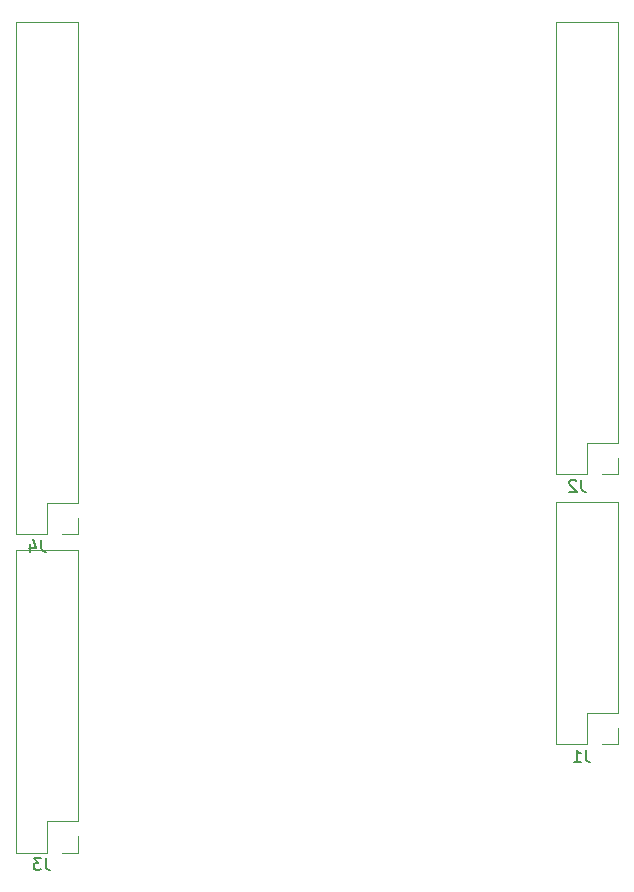
<source format=gbo>
G04 #@! TF.GenerationSoftware,KiCad,Pcbnew,9.0.2*
G04 #@! TF.CreationDate,2025-08-04T14:03:07+09:00*
G04 #@! TF.ProjectId,F767ZI_MB_V1.5,46373637-5a49-45f4-9d42-5f56312e352e,rev?*
G04 #@! TF.SameCoordinates,Original*
G04 #@! TF.FileFunction,Legend,Bot*
G04 #@! TF.FilePolarity,Positive*
%FSLAX46Y46*%
G04 Gerber Fmt 4.6, Leading zero omitted, Abs format (unit mm)*
G04 Created by KiCad (PCBNEW 9.0.2) date 2025-08-04 14:03:07*
%MOMM*%
%LPD*%
G01*
G04 APERTURE LIST*
%ADD10C,0.150000*%
%ADD11C,0.120000*%
G04 APERTURE END LIST*
D10*
X173483333Y-117404819D02*
X173483333Y-118119104D01*
X173483333Y-118119104D02*
X173530952Y-118261961D01*
X173530952Y-118261961D02*
X173626190Y-118357200D01*
X173626190Y-118357200D02*
X173769047Y-118404819D01*
X173769047Y-118404819D02*
X173864285Y-118404819D01*
X173054761Y-117500057D02*
X173007142Y-117452438D01*
X173007142Y-117452438D02*
X172911904Y-117404819D01*
X172911904Y-117404819D02*
X172673809Y-117404819D01*
X172673809Y-117404819D02*
X172578571Y-117452438D01*
X172578571Y-117452438D02*
X172530952Y-117500057D01*
X172530952Y-117500057D02*
X172483333Y-117595295D01*
X172483333Y-117595295D02*
X172483333Y-117690533D01*
X172483333Y-117690533D02*
X172530952Y-117833390D01*
X172530952Y-117833390D02*
X173102380Y-118404819D01*
X173102380Y-118404819D02*
X172483333Y-118404819D01*
X173863333Y-140274819D02*
X173863333Y-140989104D01*
X173863333Y-140989104D02*
X173910952Y-141131961D01*
X173910952Y-141131961D02*
X174006190Y-141227200D01*
X174006190Y-141227200D02*
X174149047Y-141274819D01*
X174149047Y-141274819D02*
X174244285Y-141274819D01*
X172863333Y-141274819D02*
X173434761Y-141274819D01*
X173149047Y-141274819D02*
X173149047Y-140274819D01*
X173149047Y-140274819D02*
X173244285Y-140417676D01*
X173244285Y-140417676D02*
X173339523Y-140512914D01*
X173339523Y-140512914D02*
X173434761Y-140560533D01*
X127763333Y-122484819D02*
X127763333Y-123199104D01*
X127763333Y-123199104D02*
X127810952Y-123341961D01*
X127810952Y-123341961D02*
X127906190Y-123437200D01*
X127906190Y-123437200D02*
X128049047Y-123484819D01*
X128049047Y-123484819D02*
X128144285Y-123484819D01*
X126858571Y-122818152D02*
X126858571Y-123484819D01*
X127096666Y-122437200D02*
X127334761Y-123151485D01*
X127334761Y-123151485D02*
X126715714Y-123151485D01*
X128143333Y-149434819D02*
X128143333Y-150149104D01*
X128143333Y-150149104D02*
X128190952Y-150291961D01*
X128190952Y-150291961D02*
X128286190Y-150387200D01*
X128286190Y-150387200D02*
X128429047Y-150434819D01*
X128429047Y-150434819D02*
X128524285Y-150434819D01*
X127762380Y-149434819D02*
X127143333Y-149434819D01*
X127143333Y-149434819D02*
X127476666Y-149815771D01*
X127476666Y-149815771D02*
X127333809Y-149815771D01*
X127333809Y-149815771D02*
X127238571Y-149863390D01*
X127238571Y-149863390D02*
X127190952Y-149911009D01*
X127190952Y-149911009D02*
X127143333Y-150006247D01*
X127143333Y-150006247D02*
X127143333Y-150244342D01*
X127143333Y-150244342D02*
X127190952Y-150339580D01*
X127190952Y-150339580D02*
X127238571Y-150387200D01*
X127238571Y-150387200D02*
X127333809Y-150434819D01*
X127333809Y-150434819D02*
X127619523Y-150434819D01*
X127619523Y-150434819D02*
X127714761Y-150387200D01*
X127714761Y-150387200D02*
X127762380Y-150339580D01*
D11*
X176640000Y-116950000D02*
X175260000Y-116950000D01*
X176640000Y-115570000D02*
X176640000Y-116950000D01*
X176640000Y-114300000D02*
X176640000Y-78630000D01*
X176640000Y-114300000D02*
X173990000Y-114300000D01*
X176640000Y-78630000D02*
X171340000Y-78630000D01*
X173990000Y-116950000D02*
X171340000Y-116950000D01*
X173990000Y-114300000D02*
X173990000Y-116950000D01*
X171340000Y-116950000D02*
X171340000Y-78630000D01*
X176640000Y-139820000D02*
X175260000Y-139820000D01*
X176640000Y-138440000D02*
X176640000Y-139820000D01*
X176640000Y-137170000D02*
X176640000Y-119280000D01*
X176640000Y-137170000D02*
X173990000Y-137170000D01*
X176640000Y-119280000D02*
X171340000Y-119280000D01*
X173990000Y-139820000D02*
X171340000Y-139820000D01*
X173990000Y-137170000D02*
X173990000Y-139820000D01*
X171340000Y-139820000D02*
X171340000Y-119280000D01*
X125620000Y-122030000D02*
X125620000Y-78630000D01*
X128270000Y-119380000D02*
X128270000Y-122030000D01*
X128270000Y-122030000D02*
X125620000Y-122030000D01*
X130920000Y-78630000D02*
X125620000Y-78630000D01*
X130920000Y-119380000D02*
X128270000Y-119380000D01*
X130920000Y-119380000D02*
X130920000Y-78630000D01*
X130920000Y-120650000D02*
X130920000Y-122030000D01*
X130920000Y-122030000D02*
X129540000Y-122030000D01*
X125620000Y-148980000D02*
X125620000Y-123360000D01*
X128270000Y-146330000D02*
X128270000Y-148980000D01*
X128270000Y-148980000D02*
X125620000Y-148980000D01*
X130920000Y-123360000D02*
X125620000Y-123360000D01*
X130920000Y-146330000D02*
X128270000Y-146330000D01*
X130920000Y-146330000D02*
X130920000Y-123360000D01*
X130920000Y-147600000D02*
X130920000Y-148980000D01*
X130920000Y-148980000D02*
X129540000Y-148980000D01*
M02*

</source>
